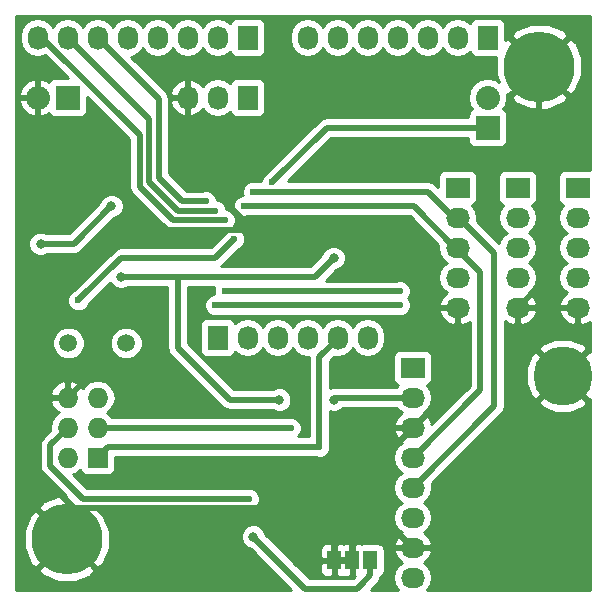
<source format=gbl>
G04 #@! TF.FileFunction,Copper,L2,Bot,Signal*
%FSLAX46Y46*%
G04 Gerber Fmt 4.6, Leading zero omitted, Abs format (unit mm)*
G04 Created by KiCad (PCBNEW 4.0.0-rc1-stable) date Sa 26 Sep 2015 08:23:03 CEST*
%MOMM*%
G01*
G04 APERTURE LIST*
%ADD10C,0.100000*%
%ADD11R,2.032000X1.727200*%
%ADD12O,2.032000X1.727200*%
%ADD13C,5.000000*%
%ADD14R,1.168400X1.600200*%
%ADD15R,2.032000X2.032000*%
%ADD16O,2.032000X2.032000*%
%ADD17R,1.727200X1.727200*%
%ADD18O,1.727200X1.727200*%
%ADD19R,1.727200X2.032000*%
%ADD20O,1.727200X2.032000*%
%ADD21C,1.501140*%
%ADD22C,6.000000*%
%ADD23C,0.800000*%
%ADD24C,0.600000*%
%ADD25C,0.500000*%
%ADD26C,0.254000*%
G04 APERTURE END LIST*
D10*
D11*
X134290000Y-80480000D03*
D12*
X134290000Y-83020000D03*
X134290000Y-85560000D03*
X134290000Y-88100000D03*
X134290000Y-90640000D03*
X134290000Y-93180000D03*
X134290000Y-95720000D03*
X134290000Y-98260000D03*
D13*
X146990000Y-81160000D03*
D14*
X130724000Y-96800000D03*
X129200000Y-96800000D03*
X127676000Y-96800000D03*
D15*
X105080000Y-57620000D03*
D16*
X102540000Y-57620000D03*
D17*
X107620000Y-88100000D03*
D18*
X105080000Y-88100000D03*
X107620000Y-85560000D03*
X105080000Y-85560000D03*
X107620000Y-83020000D03*
X105080000Y-83020000D03*
D19*
X120320000Y-57620000D03*
D20*
X117780000Y-57620000D03*
X115240000Y-57620000D03*
D19*
X140640000Y-52540000D03*
D20*
X138100000Y-52540000D03*
X135560000Y-52540000D03*
X133020000Y-52540000D03*
X130480000Y-52540000D03*
X127940000Y-52540000D03*
X125400000Y-52540000D03*
D19*
X120320000Y-52540000D03*
D20*
X117780000Y-52540000D03*
X115240000Y-52540000D03*
X112700000Y-52540000D03*
X110160000Y-52540000D03*
X107620000Y-52540000D03*
X105080000Y-52540000D03*
X102540000Y-52540000D03*
D15*
X140640000Y-60160000D03*
D16*
X140640000Y-57620000D03*
D11*
X138100000Y-65240000D03*
D12*
X138100000Y-67780000D03*
X138100000Y-70320000D03*
X138100000Y-72860000D03*
X138100000Y-75400000D03*
D11*
X143180000Y-65240000D03*
D12*
X143180000Y-67780000D03*
X143180000Y-70320000D03*
X143180000Y-72860000D03*
X143180000Y-75400000D03*
D11*
X148260000Y-65240000D03*
D12*
X148260000Y-67780000D03*
X148260000Y-70320000D03*
X148260000Y-72860000D03*
X148260000Y-75400000D03*
D21*
X105159060Y-78400000D03*
X110040940Y-78400000D03*
D19*
X117780000Y-77940000D03*
D20*
X120320000Y-77940000D03*
X122860000Y-77940000D03*
X125400000Y-77940000D03*
X127940000Y-77940000D03*
X130480000Y-77940000D03*
D22*
X145000000Y-55000000D03*
X105000000Y-95000000D03*
D23*
X102800000Y-70000000D03*
X108800000Y-66800000D03*
X129600000Y-88000000D03*
X127600000Y-94000000D03*
X118000000Y-94000000D03*
X116000000Y-83600000D03*
X132400000Y-68800000D03*
X103200000Y-72000000D03*
X125200000Y-90800000D03*
X111200000Y-76400000D03*
X110000000Y-64000000D03*
X110000000Y-68800000D03*
X120800000Y-94800000D03*
X123000000Y-83200000D03*
X127600000Y-83200000D03*
X127600000Y-71200000D03*
X109600000Y-72800000D03*
D24*
X106000000Y-74800000D03*
X119200000Y-69600000D03*
X116800000Y-66400000D03*
X117600000Y-67200000D03*
X133200000Y-75200000D03*
X117600000Y-75200000D03*
X118400000Y-68000000D03*
X133200000Y-74000000D03*
X118400000Y-74000000D03*
X122400000Y-64800000D03*
X124000000Y-85600000D03*
X120400000Y-91600000D03*
X120000000Y-66800000D03*
X126400000Y-87200000D03*
X120800000Y-65600000D03*
D25*
X105600000Y-70000000D02*
X102800000Y-70000000D01*
X108800000Y-66800000D02*
X105600000Y-70000000D01*
X129200000Y-96800000D02*
X127676000Y-96800000D01*
X129200000Y-96800000D02*
X129200000Y-95200000D01*
X132970000Y-94400000D02*
X134290000Y-95720000D01*
X130000000Y-94400000D02*
X132970000Y-94400000D01*
X129200000Y-95200000D02*
X130000000Y-94400000D01*
X127600000Y-94000000D02*
X127600000Y-96724000D01*
X127600000Y-96724000D02*
X127676000Y-96800000D01*
X115240000Y-57620000D02*
X115240000Y-63240000D01*
X115240000Y-63240000D02*
X120800000Y-68800000D01*
X145000000Y-55000000D02*
X145000000Y-73580000D01*
X145000000Y-73580000D02*
X143180000Y-75400000D01*
X129725000Y-88125000D02*
X129725000Y-90125000D01*
X129600000Y-88000000D02*
X129725000Y-88125000D01*
X127600000Y-94000000D02*
X127600000Y-90800000D01*
X118000000Y-94000000D02*
X118000000Y-92400000D01*
X107300000Y-80800000D02*
X105080000Y-83020000D01*
X113200000Y-80800000D02*
X107300000Y-80800000D01*
X116000000Y-83600000D02*
X113200000Y-80800000D01*
X105000000Y-95000000D02*
X105000000Y-93000000D01*
X105000000Y-93000000D02*
X105600000Y-92400000D01*
X138100000Y-75400000D02*
X138100000Y-81750000D01*
X138100000Y-81750000D02*
X134290000Y-85560000D01*
X125200000Y-90800000D02*
X127600000Y-90800000D01*
X127600000Y-90800000D02*
X129050000Y-90800000D01*
X129050000Y-90800000D02*
X129725000Y-90125000D01*
X129725000Y-90125000D02*
X134290000Y-85560000D01*
X110000000Y-68800000D02*
X120800000Y-68800000D01*
X120800000Y-68800000D02*
X132400000Y-68800000D01*
X105080000Y-83020000D02*
X102000000Y-83020000D01*
X102000000Y-83020000D02*
X102000000Y-82800000D01*
X105600000Y-92400000D02*
X102000000Y-88800000D01*
X102000000Y-88800000D02*
X102000000Y-82800000D01*
X102000000Y-82800000D02*
X102000000Y-79940000D01*
X125200000Y-90800000D02*
X123600000Y-92400000D01*
X115200000Y-92400000D02*
X105600000Y-92400000D01*
X123600000Y-92400000D02*
X118000000Y-92400000D01*
X118000000Y-92400000D02*
X115200000Y-92400000D01*
X102000000Y-76400000D02*
X102000000Y-79940000D01*
X103200000Y-72000000D02*
X106800000Y-72000000D01*
X106800000Y-72000000D02*
X110000000Y-68800000D01*
X102000000Y-73200000D02*
X102000000Y-76400000D01*
X103200000Y-72000000D02*
X102000000Y-73200000D01*
X111200000Y-76400000D02*
X102000000Y-76400000D01*
X110000000Y-64000000D02*
X110000000Y-68800000D01*
X130000000Y-98800000D02*
X129600000Y-99200000D01*
X125200000Y-99200000D02*
X124800000Y-98800000D01*
X129600000Y-99200000D02*
X125200000Y-99200000D01*
X130724000Y-96800000D02*
X130724000Y-98076000D01*
X130724000Y-98076000D02*
X130000000Y-98800000D01*
X120800000Y-94800000D02*
X124800000Y-98800000D01*
X114400000Y-78800000D02*
X114400000Y-72800000D01*
X118800000Y-83200000D02*
X114400000Y-78800000D01*
X123000000Y-83200000D02*
X118800000Y-83200000D01*
X127780000Y-83020000D02*
X134290000Y-83020000D01*
X127600000Y-83200000D02*
X127780000Y-83020000D01*
X111200000Y-72800000D02*
X109600000Y-72800000D01*
X126000000Y-72800000D02*
X114400000Y-72800000D01*
X114400000Y-72800000D02*
X111200000Y-72800000D01*
X127600000Y-71200000D02*
X126000000Y-72800000D01*
X109600000Y-71200000D02*
X106000000Y-74800000D01*
X117600000Y-71200000D02*
X109600000Y-71200000D01*
X119200000Y-69600000D02*
X117600000Y-71200000D01*
X112800000Y-57720000D02*
X107620000Y-52540000D01*
X112800000Y-64400000D02*
X112800000Y-57720000D01*
X114800000Y-66400000D02*
X112800000Y-64400000D01*
X116800000Y-66400000D02*
X114800000Y-66400000D01*
X112000000Y-59460000D02*
X105080000Y-52540000D01*
X112000000Y-64800000D02*
X112000000Y-59460000D01*
X114400000Y-67200000D02*
X112000000Y-64800000D01*
X117600000Y-67200000D02*
X114400000Y-67200000D01*
X133200000Y-75200000D02*
X117600000Y-75200000D01*
X111200000Y-60800000D02*
X102940000Y-52540000D01*
X111200000Y-65200000D02*
X111200000Y-60800000D01*
X114000000Y-68000000D02*
X111200000Y-65200000D01*
X118400000Y-68000000D02*
X114000000Y-68000000D01*
X102940000Y-52540000D02*
X102540000Y-52540000D01*
X102940000Y-52540000D02*
X102540000Y-52540000D01*
X118400000Y-74000000D02*
X133200000Y-74000000D01*
X127040000Y-60160000D02*
X140640000Y-60160000D01*
X122400000Y-64800000D02*
X127040000Y-60160000D01*
X124000000Y-85600000D02*
X123960000Y-85560000D01*
X123960000Y-85560000D02*
X107620000Y-85560000D01*
X103600000Y-87040000D02*
X105080000Y-85560000D01*
X103600000Y-88800000D02*
X103600000Y-87040000D01*
X106400000Y-91600000D02*
X103600000Y-88800000D01*
X120400000Y-91600000D02*
X106400000Y-91600000D01*
X138100000Y-70320000D02*
X138100000Y-70500000D01*
X138100000Y-70500000D02*
X140000000Y-72400000D01*
X140000000Y-82390000D02*
X134290000Y-88100000D01*
X140000000Y-72400000D02*
X140000000Y-82390000D01*
X138100000Y-70320000D02*
X137920000Y-70320000D01*
X137920000Y-70320000D02*
X134400000Y-66800000D01*
X134400000Y-66800000D02*
X120000000Y-66800000D01*
X126400000Y-79600000D02*
X127940000Y-78060000D01*
X126400000Y-87200000D02*
X126400000Y-80800000D01*
X126400000Y-80800000D02*
X126400000Y-80400000D01*
X126400000Y-80400000D02*
X126400000Y-80000000D01*
X126400000Y-80000000D02*
X126400000Y-79600000D01*
X126400000Y-87200000D02*
X108520000Y-87200000D01*
X108520000Y-87200000D02*
X107620000Y-88100000D01*
X127940000Y-78060000D02*
X127940000Y-77940000D01*
X138100000Y-67780000D02*
X138180000Y-67780000D01*
X138180000Y-67780000D02*
X141200000Y-70800000D01*
X141200000Y-83730000D02*
X134290000Y-90640000D01*
X141200000Y-70800000D02*
X141200000Y-83730000D01*
X138100000Y-67780000D02*
X137780000Y-67780000D01*
X137780000Y-67780000D02*
X135600000Y-65600000D01*
X135600000Y-65600000D02*
X120800000Y-65600000D01*
D26*
G36*
X149290000Y-63731795D02*
X149276000Y-63728960D01*
X147244000Y-63728960D01*
X147008683Y-63773238D01*
X146792559Y-63912310D01*
X146647569Y-64124510D01*
X146596560Y-64376400D01*
X146596560Y-66103600D01*
X146640838Y-66338917D01*
X146779910Y-66555041D01*
X146992110Y-66700031D01*
X147033439Y-66708400D01*
X147015585Y-66720330D01*
X146690729Y-67206511D01*
X146576655Y-67780000D01*
X146690729Y-68353489D01*
X147015585Y-68839670D01*
X147330366Y-69050000D01*
X147015585Y-69260330D01*
X146690729Y-69746511D01*
X146576655Y-70320000D01*
X146690729Y-70893489D01*
X147015585Y-71379670D01*
X147330366Y-71590000D01*
X147015585Y-71800330D01*
X146690729Y-72286511D01*
X146576655Y-72860000D01*
X146690729Y-73433489D01*
X147015585Y-73919670D01*
X147325069Y-74126461D01*
X146909268Y-74497964D01*
X146655291Y-75025209D01*
X146652642Y-75040974D01*
X146773783Y-75273000D01*
X148133000Y-75273000D01*
X148133000Y-75253000D01*
X148387000Y-75253000D01*
X148387000Y-75273000D01*
X148407000Y-75273000D01*
X148407000Y-75527000D01*
X148387000Y-75527000D01*
X148387000Y-76740924D01*
X148621913Y-76885184D01*
X149174320Y-76691954D01*
X149290000Y-76588598D01*
X149290000Y-79146458D01*
X149225880Y-79103725D01*
X147169605Y-81160000D01*
X149225880Y-83216275D01*
X149290000Y-83173542D01*
X149290000Y-99290000D01*
X135554240Y-99290000D01*
X135859271Y-98833489D01*
X135973345Y-98260000D01*
X135859271Y-97686511D01*
X135534415Y-97200330D01*
X135224931Y-96993539D01*
X135640732Y-96622036D01*
X135894709Y-96094791D01*
X135897358Y-96079026D01*
X135776217Y-95847000D01*
X134417000Y-95847000D01*
X134417000Y-95867000D01*
X134163000Y-95867000D01*
X134163000Y-95847000D01*
X132803783Y-95847000D01*
X132682642Y-96079026D01*
X132685291Y-96094791D01*
X132939268Y-96622036D01*
X133355069Y-96993539D01*
X133045585Y-97200330D01*
X132720729Y-97686511D01*
X132606655Y-98260000D01*
X132720729Y-98833489D01*
X133025760Y-99290000D01*
X130761580Y-99290000D01*
X131349787Y-98701792D01*
X131349790Y-98701790D01*
X131541633Y-98414675D01*
X131572400Y-98260000D01*
X131589583Y-98173619D01*
X131759641Y-98064190D01*
X131904631Y-97851990D01*
X131955640Y-97600100D01*
X131955640Y-95999900D01*
X131911362Y-95764583D01*
X131772290Y-95548459D01*
X131560090Y-95403469D01*
X131308200Y-95352460D01*
X130139800Y-95352460D01*
X129961481Y-95386013D01*
X129910509Y-95364900D01*
X129485750Y-95364900D01*
X129327000Y-95523650D01*
X129327000Y-96673000D01*
X129347000Y-96673000D01*
X129347000Y-96927000D01*
X129327000Y-96927000D01*
X129327000Y-98076350D01*
X129399535Y-98148885D01*
X129374210Y-98174210D01*
X129374208Y-98174213D01*
X129233421Y-98315000D01*
X125566580Y-98315000D01*
X125425790Y-98174210D01*
X125425787Y-98174208D01*
X124337330Y-97085750D01*
X126456800Y-97085750D01*
X126456800Y-97726410D01*
X126553473Y-97959799D01*
X126732102Y-98138427D01*
X126965491Y-98235100D01*
X127390250Y-98235100D01*
X127549000Y-98076350D01*
X127549000Y-96927000D01*
X127803000Y-96927000D01*
X127803000Y-98076350D01*
X127961750Y-98235100D01*
X128386509Y-98235100D01*
X128438000Y-98213772D01*
X128489491Y-98235100D01*
X128914250Y-98235100D01*
X129073000Y-98076350D01*
X129073000Y-96927000D01*
X127803000Y-96927000D01*
X127549000Y-96927000D01*
X126615550Y-96927000D01*
X126456800Y-97085750D01*
X124337330Y-97085750D01*
X123125170Y-95873590D01*
X126456800Y-95873590D01*
X126456800Y-96514250D01*
X126615550Y-96673000D01*
X127549000Y-96673000D01*
X127549000Y-95523650D01*
X127803000Y-95523650D01*
X127803000Y-96673000D01*
X129073000Y-96673000D01*
X129073000Y-95523650D01*
X128914250Y-95364900D01*
X128489491Y-95364900D01*
X128438000Y-95386228D01*
X128386509Y-95364900D01*
X127961750Y-95364900D01*
X127803000Y-95523650D01*
X127549000Y-95523650D01*
X127390250Y-95364900D01*
X126965491Y-95364900D01*
X126732102Y-95461573D01*
X126553473Y-95640201D01*
X126456800Y-95873590D01*
X123125170Y-95873590D01*
X121827131Y-94575551D01*
X121677942Y-94214485D01*
X121387046Y-93923081D01*
X121006777Y-93765180D01*
X120595029Y-93764821D01*
X120214485Y-93922058D01*
X119923081Y-94212954D01*
X119765180Y-94593223D01*
X119764821Y-95004971D01*
X119922058Y-95385515D01*
X120212954Y-95676919D01*
X120576151Y-95827731D01*
X124038421Y-99290000D01*
X100710000Y-99290000D01*
X100710000Y-97596630D01*
X102582975Y-97596630D01*
X102925566Y-98071277D01*
X104258800Y-98631342D01*
X105704875Y-98638568D01*
X107043639Y-98091854D01*
X107074434Y-98071277D01*
X107417025Y-97596630D01*
X105000000Y-95179605D01*
X102582975Y-97596630D01*
X100710000Y-97596630D01*
X100710000Y-95704875D01*
X101361432Y-95704875D01*
X101908146Y-97043639D01*
X101928723Y-97074434D01*
X102403370Y-97417025D01*
X104820395Y-95000000D01*
X102403370Y-92582975D01*
X101928723Y-92925566D01*
X101368658Y-94258800D01*
X101361432Y-95704875D01*
X100710000Y-95704875D01*
X100710000Y-92403370D01*
X102582975Y-92403370D01*
X105000000Y-94820395D01*
X105014143Y-94806253D01*
X105193748Y-94985858D01*
X105179605Y-95000000D01*
X107596630Y-97417025D01*
X108071277Y-97074434D01*
X108631342Y-95741200D01*
X108638568Y-94295125D01*
X108091854Y-92956361D01*
X108071277Y-92925566D01*
X107596632Y-92582976D01*
X107694608Y-92485000D01*
X120093178Y-92485000D01*
X120213201Y-92534838D01*
X120585167Y-92535162D01*
X120928943Y-92393117D01*
X121192192Y-92130327D01*
X121334838Y-91786799D01*
X121335162Y-91414833D01*
X121193117Y-91071057D01*
X120930327Y-90807808D01*
X120586799Y-90665162D01*
X120214833Y-90664838D01*
X120093431Y-90715000D01*
X106766579Y-90715000D01*
X105560452Y-89508872D01*
X105682848Y-89484526D01*
X106148442Y-89173426D01*
X106153238Y-89198917D01*
X106292310Y-89415041D01*
X106504510Y-89560031D01*
X106756400Y-89611040D01*
X108483600Y-89611040D01*
X108718917Y-89566762D01*
X108935041Y-89427690D01*
X109080031Y-89215490D01*
X109131040Y-88963600D01*
X109131040Y-88085000D01*
X126093178Y-88085000D01*
X126213201Y-88134838D01*
X126585167Y-88135162D01*
X126928943Y-87993117D01*
X127192192Y-87730327D01*
X127334838Y-87386799D01*
X127335162Y-87014833D01*
X127285000Y-86893431D01*
X127285000Y-84189882D01*
X127393223Y-84234820D01*
X127804971Y-84235179D01*
X128185515Y-84077942D01*
X128358759Y-83905000D01*
X132928874Y-83905000D01*
X133045585Y-84079670D01*
X133355069Y-84286461D01*
X132939268Y-84657964D01*
X132685291Y-85185209D01*
X132682642Y-85200974D01*
X132803783Y-85433000D01*
X134163000Y-85433000D01*
X134163000Y-85413000D01*
X134417000Y-85413000D01*
X134417000Y-85433000D01*
X134437000Y-85433000D01*
X134437000Y-85687000D01*
X134417000Y-85687000D01*
X134417000Y-85707000D01*
X134163000Y-85707000D01*
X134163000Y-85687000D01*
X132803783Y-85687000D01*
X132682642Y-85919026D01*
X132685291Y-85934791D01*
X132939268Y-86462036D01*
X133355069Y-86833539D01*
X133045585Y-87040330D01*
X132720729Y-87526511D01*
X132606655Y-88100000D01*
X132720729Y-88673489D01*
X133045585Y-89159670D01*
X133360366Y-89370000D01*
X133045585Y-89580330D01*
X132720729Y-90066511D01*
X132606655Y-90640000D01*
X132720729Y-91213489D01*
X133045585Y-91699670D01*
X133360366Y-91910000D01*
X133045585Y-92120330D01*
X132720729Y-92606511D01*
X132606655Y-93180000D01*
X132720729Y-93753489D01*
X133045585Y-94239670D01*
X133355069Y-94446461D01*
X132939268Y-94817964D01*
X132685291Y-95345209D01*
X132682642Y-95360974D01*
X132803783Y-95593000D01*
X134163000Y-95593000D01*
X134163000Y-95573000D01*
X134417000Y-95573000D01*
X134417000Y-95593000D01*
X135776217Y-95593000D01*
X135897358Y-95360974D01*
X135894709Y-95345209D01*
X135640732Y-94817964D01*
X135224931Y-94446461D01*
X135534415Y-94239670D01*
X135859271Y-93753489D01*
X135973345Y-93180000D01*
X135859271Y-92606511D01*
X135534415Y-92120330D01*
X135219634Y-91910000D01*
X135534415Y-91699670D01*
X135859271Y-91213489D01*
X135973345Y-90640000D01*
X135901711Y-90279869D01*
X141825787Y-84355792D01*
X141825790Y-84355790D01*
X142017633Y-84068675D01*
X142028810Y-84012484D01*
X142085001Y-83730000D01*
X142085000Y-83729995D01*
X142085000Y-83395880D01*
X144933725Y-83395880D01*
X145215421Y-83818564D01*
X146367892Y-84295294D01*
X147615072Y-84294705D01*
X148764579Y-83818564D01*
X149046275Y-83395880D01*
X146990000Y-81339605D01*
X144933725Y-83395880D01*
X142085000Y-83395880D01*
X142085000Y-80537892D01*
X143854706Y-80537892D01*
X143855295Y-81785072D01*
X144331436Y-82934579D01*
X144754120Y-83216275D01*
X146810395Y-81160000D01*
X144754120Y-79103725D01*
X144331436Y-79385421D01*
X143854706Y-80537892D01*
X142085000Y-80537892D01*
X142085000Y-78924120D01*
X144933725Y-78924120D01*
X146990000Y-80980395D01*
X149046275Y-78924120D01*
X148764579Y-78501436D01*
X147612108Y-78024706D01*
X146364928Y-78025295D01*
X145215421Y-78501436D01*
X144933725Y-78924120D01*
X142085000Y-78924120D01*
X142085000Y-76530523D01*
X142265680Y-76691954D01*
X142818087Y-76885184D01*
X143053000Y-76740924D01*
X143053000Y-75527000D01*
X143307000Y-75527000D01*
X143307000Y-76740924D01*
X143541913Y-76885184D01*
X144094320Y-76691954D01*
X144530732Y-76302036D01*
X144784709Y-75774791D01*
X144787358Y-75759026D01*
X146652642Y-75759026D01*
X146655291Y-75774791D01*
X146909268Y-76302036D01*
X147345680Y-76691954D01*
X147898087Y-76885184D01*
X148133000Y-76740924D01*
X148133000Y-75527000D01*
X146773783Y-75527000D01*
X146652642Y-75759026D01*
X144787358Y-75759026D01*
X144666217Y-75527000D01*
X143307000Y-75527000D01*
X143053000Y-75527000D01*
X143033000Y-75527000D01*
X143033000Y-75273000D01*
X143053000Y-75273000D01*
X143053000Y-75253000D01*
X143307000Y-75253000D01*
X143307000Y-75273000D01*
X144666217Y-75273000D01*
X144787358Y-75040974D01*
X144784709Y-75025209D01*
X144530732Y-74497964D01*
X144114931Y-74126461D01*
X144424415Y-73919670D01*
X144749271Y-73433489D01*
X144863345Y-72860000D01*
X144749271Y-72286511D01*
X144424415Y-71800330D01*
X144109634Y-71590000D01*
X144424415Y-71379670D01*
X144749271Y-70893489D01*
X144863345Y-70320000D01*
X144749271Y-69746511D01*
X144424415Y-69260330D01*
X144109634Y-69050000D01*
X144424415Y-68839670D01*
X144749271Y-68353489D01*
X144863345Y-67780000D01*
X144749271Y-67206511D01*
X144424415Y-66720330D01*
X144410087Y-66710757D01*
X144431317Y-66706762D01*
X144647441Y-66567690D01*
X144792431Y-66355490D01*
X144843440Y-66103600D01*
X144843440Y-64376400D01*
X144799162Y-64141083D01*
X144660090Y-63924959D01*
X144447890Y-63779969D01*
X144196000Y-63728960D01*
X142164000Y-63728960D01*
X141928683Y-63773238D01*
X141712559Y-63912310D01*
X141567569Y-64124510D01*
X141516560Y-64376400D01*
X141516560Y-66103600D01*
X141560838Y-66338917D01*
X141699910Y-66555041D01*
X141912110Y-66700031D01*
X141953439Y-66708400D01*
X141935585Y-66720330D01*
X141610729Y-67206511D01*
X141496655Y-67780000D01*
X141610729Y-68353489D01*
X141935585Y-68839670D01*
X142250366Y-69050000D01*
X141935585Y-69260330D01*
X141610729Y-69746511D01*
X141575450Y-69923871D01*
X139724983Y-68073404D01*
X139783345Y-67780000D01*
X139669271Y-67206511D01*
X139344415Y-66720330D01*
X139330087Y-66710757D01*
X139351317Y-66706762D01*
X139567441Y-66567690D01*
X139712431Y-66355490D01*
X139763440Y-66103600D01*
X139763440Y-64376400D01*
X139719162Y-64141083D01*
X139580090Y-63924959D01*
X139367890Y-63779969D01*
X139116000Y-63728960D01*
X137084000Y-63728960D01*
X136848683Y-63773238D01*
X136632559Y-63912310D01*
X136487569Y-64124510D01*
X136436560Y-64376400D01*
X136436560Y-65184980D01*
X136225790Y-64974210D01*
X135976750Y-64807808D01*
X135938675Y-64782367D01*
X135882484Y-64771190D01*
X135600000Y-64714999D01*
X135599995Y-64715000D01*
X123736580Y-64715000D01*
X127406579Y-61045000D01*
X138976560Y-61045000D01*
X138976560Y-61176000D01*
X139020838Y-61411317D01*
X139159910Y-61627441D01*
X139372110Y-61772431D01*
X139624000Y-61823440D01*
X141656000Y-61823440D01*
X141891317Y-61779162D01*
X142107441Y-61640090D01*
X142252431Y-61427890D01*
X142303440Y-61176000D01*
X142303440Y-59144000D01*
X142259162Y-58908683D01*
X142120090Y-58692559D01*
X141971163Y-58590802D01*
X142197670Y-58251810D01*
X142323345Y-57620000D01*
X142318697Y-57596630D01*
X142582975Y-57596630D01*
X142925566Y-58071277D01*
X144258800Y-58631342D01*
X145704875Y-58638568D01*
X147043639Y-58091854D01*
X147074434Y-58071277D01*
X147417025Y-57596630D01*
X145000000Y-55179605D01*
X142582975Y-57596630D01*
X142318697Y-57596630D01*
X142262787Y-57315555D01*
X142403370Y-57417025D01*
X144820395Y-55000000D01*
X145179605Y-55000000D01*
X147596630Y-57417025D01*
X148071277Y-57074434D01*
X148631342Y-55741200D01*
X148638568Y-54295125D01*
X148091854Y-52956361D01*
X148071277Y-52925566D01*
X147596630Y-52582975D01*
X145179605Y-55000000D01*
X144820395Y-55000000D01*
X142403370Y-52582975D01*
X142151040Y-52765102D01*
X142151040Y-52403370D01*
X142582975Y-52403370D01*
X145000000Y-54820395D01*
X147417025Y-52403370D01*
X147074434Y-51928723D01*
X145741200Y-51368658D01*
X144295125Y-51361432D01*
X142956361Y-51908146D01*
X142925566Y-51928723D01*
X142582975Y-52403370D01*
X142151040Y-52403370D01*
X142151040Y-51524000D01*
X142106762Y-51288683D01*
X141967690Y-51072559D01*
X141755490Y-50927569D01*
X141503600Y-50876560D01*
X139776400Y-50876560D01*
X139541083Y-50920838D01*
X139324959Y-51059910D01*
X139179969Y-51272110D01*
X139171600Y-51313439D01*
X139159670Y-51295585D01*
X138673489Y-50970729D01*
X138100000Y-50856655D01*
X137526511Y-50970729D01*
X137040330Y-51295585D01*
X136830000Y-51610366D01*
X136619670Y-51295585D01*
X136133489Y-50970729D01*
X135560000Y-50856655D01*
X134986511Y-50970729D01*
X134500330Y-51295585D01*
X134290000Y-51610366D01*
X134079670Y-51295585D01*
X133593489Y-50970729D01*
X133020000Y-50856655D01*
X132446511Y-50970729D01*
X131960330Y-51295585D01*
X131750000Y-51610366D01*
X131539670Y-51295585D01*
X131053489Y-50970729D01*
X130480000Y-50856655D01*
X129906511Y-50970729D01*
X129420330Y-51295585D01*
X129210000Y-51610366D01*
X128999670Y-51295585D01*
X128513489Y-50970729D01*
X127940000Y-50856655D01*
X127366511Y-50970729D01*
X126880330Y-51295585D01*
X126670000Y-51610366D01*
X126459670Y-51295585D01*
X125973489Y-50970729D01*
X125400000Y-50856655D01*
X124826511Y-50970729D01*
X124340330Y-51295585D01*
X124015474Y-51781766D01*
X123901400Y-52355255D01*
X123901400Y-52724745D01*
X124015474Y-53298234D01*
X124340330Y-53784415D01*
X124826511Y-54109271D01*
X125400000Y-54223345D01*
X125973489Y-54109271D01*
X126459670Y-53784415D01*
X126670000Y-53469634D01*
X126880330Y-53784415D01*
X127366511Y-54109271D01*
X127940000Y-54223345D01*
X128513489Y-54109271D01*
X128999670Y-53784415D01*
X129210000Y-53469634D01*
X129420330Y-53784415D01*
X129906511Y-54109271D01*
X130480000Y-54223345D01*
X131053489Y-54109271D01*
X131539670Y-53784415D01*
X131750000Y-53469634D01*
X131960330Y-53784415D01*
X132446511Y-54109271D01*
X133020000Y-54223345D01*
X133593489Y-54109271D01*
X134079670Y-53784415D01*
X134290000Y-53469634D01*
X134500330Y-53784415D01*
X134986511Y-54109271D01*
X135560000Y-54223345D01*
X136133489Y-54109271D01*
X136619670Y-53784415D01*
X136830000Y-53469634D01*
X137040330Y-53784415D01*
X137526511Y-54109271D01*
X138100000Y-54223345D01*
X138673489Y-54109271D01*
X139159670Y-53784415D01*
X139169243Y-53770087D01*
X139173238Y-53791317D01*
X139312310Y-54007441D01*
X139524510Y-54152431D01*
X139776400Y-54203440D01*
X141391914Y-54203440D01*
X141368658Y-54258800D01*
X141361432Y-55704875D01*
X141601845Y-56293585D01*
X141304155Y-56094675D01*
X140672345Y-55969000D01*
X140607655Y-55969000D01*
X139975845Y-56094675D01*
X139440222Y-56452567D01*
X139082330Y-56988190D01*
X138956655Y-57620000D01*
X139082330Y-58251810D01*
X139309499Y-58591792D01*
X139172559Y-58679910D01*
X139027569Y-58892110D01*
X138976560Y-59144000D01*
X138976560Y-59275000D01*
X127040005Y-59275000D01*
X127040000Y-59274999D01*
X126757516Y-59331190D01*
X126701325Y-59342367D01*
X126414210Y-59534210D01*
X126414208Y-59534213D01*
X121991164Y-63957256D01*
X121871057Y-64006883D01*
X121607808Y-64269673D01*
X121465162Y-64613201D01*
X121465073Y-64715000D01*
X121106822Y-64715000D01*
X120986799Y-64665162D01*
X120614833Y-64664838D01*
X120271057Y-64806883D01*
X120007808Y-65069673D01*
X119865162Y-65413201D01*
X119864838Y-65785167D01*
X119897787Y-65864910D01*
X119814833Y-65864838D01*
X119471057Y-66006883D01*
X119207808Y-66269673D01*
X119065162Y-66613201D01*
X119064838Y-66985167D01*
X119206883Y-67328943D01*
X119469673Y-67592192D01*
X119813201Y-67734838D01*
X120185167Y-67735162D01*
X120306569Y-67685000D01*
X134033420Y-67685000D01*
X136458426Y-70110005D01*
X136416655Y-70320000D01*
X136530729Y-70893489D01*
X136855585Y-71379670D01*
X137170366Y-71590000D01*
X136855585Y-71800330D01*
X136530729Y-72286511D01*
X136416655Y-72860000D01*
X136530729Y-73433489D01*
X136855585Y-73919670D01*
X137165069Y-74126461D01*
X136749268Y-74497964D01*
X136495291Y-75025209D01*
X136492642Y-75040974D01*
X136613783Y-75273000D01*
X137973000Y-75273000D01*
X137973000Y-75253000D01*
X138227000Y-75253000D01*
X138227000Y-75273000D01*
X138247000Y-75273000D01*
X138247000Y-75527000D01*
X138227000Y-75527000D01*
X138227000Y-76740924D01*
X138461913Y-76885184D01*
X139014320Y-76691954D01*
X139115000Y-76602000D01*
X139115000Y-82023421D01*
X135853562Y-85284859D01*
X135897358Y-85200974D01*
X135894709Y-85185209D01*
X135640732Y-84657964D01*
X135224931Y-84286461D01*
X135534415Y-84079670D01*
X135859271Y-83593489D01*
X135973345Y-83020000D01*
X135859271Y-82446511D01*
X135534415Y-81960330D01*
X135520087Y-81950757D01*
X135541317Y-81946762D01*
X135757441Y-81807690D01*
X135902431Y-81595490D01*
X135953440Y-81343600D01*
X135953440Y-79616400D01*
X135909162Y-79381083D01*
X135770090Y-79164959D01*
X135557890Y-79019969D01*
X135306000Y-78968960D01*
X133274000Y-78968960D01*
X133038683Y-79013238D01*
X132822559Y-79152310D01*
X132677569Y-79364510D01*
X132626560Y-79616400D01*
X132626560Y-81343600D01*
X132670838Y-81578917D01*
X132809910Y-81795041D01*
X133022110Y-81940031D01*
X133063439Y-81948400D01*
X133045585Y-81960330D01*
X132928874Y-82135000D01*
X127780000Y-82135000D01*
X127629055Y-82165025D01*
X127395029Y-82164821D01*
X127285000Y-82210284D01*
X127285000Y-79966580D01*
X127679960Y-79571620D01*
X127940000Y-79623345D01*
X128513489Y-79509271D01*
X128999670Y-79184415D01*
X129210000Y-78869634D01*
X129420330Y-79184415D01*
X129906511Y-79509271D01*
X130480000Y-79623345D01*
X131053489Y-79509271D01*
X131539670Y-79184415D01*
X131864526Y-78698234D01*
X131978600Y-78124745D01*
X131978600Y-77755255D01*
X131864526Y-77181766D01*
X131539670Y-76695585D01*
X131053489Y-76370729D01*
X130480000Y-76256655D01*
X129906511Y-76370729D01*
X129420330Y-76695585D01*
X129210000Y-77010366D01*
X128999670Y-76695585D01*
X128513489Y-76370729D01*
X127940000Y-76256655D01*
X127366511Y-76370729D01*
X126880330Y-76695585D01*
X126670000Y-77010366D01*
X126459670Y-76695585D01*
X125973489Y-76370729D01*
X125400000Y-76256655D01*
X124826511Y-76370729D01*
X124340330Y-76695585D01*
X124130000Y-77010366D01*
X123919670Y-76695585D01*
X123433489Y-76370729D01*
X122860000Y-76256655D01*
X122286511Y-76370729D01*
X121800330Y-76695585D01*
X121590000Y-77010366D01*
X121379670Y-76695585D01*
X120893489Y-76370729D01*
X120320000Y-76256655D01*
X119746511Y-76370729D01*
X119260330Y-76695585D01*
X119250757Y-76709913D01*
X119246762Y-76688683D01*
X119107690Y-76472559D01*
X118895490Y-76327569D01*
X118643600Y-76276560D01*
X116916400Y-76276560D01*
X116681083Y-76320838D01*
X116464959Y-76459910D01*
X116319969Y-76672110D01*
X116268960Y-76924000D01*
X116268960Y-78956000D01*
X116313238Y-79191317D01*
X116452310Y-79407441D01*
X116664510Y-79552431D01*
X116916400Y-79603440D01*
X118643600Y-79603440D01*
X118878917Y-79559162D01*
X119095041Y-79420090D01*
X119240031Y-79207890D01*
X119248400Y-79166561D01*
X119260330Y-79184415D01*
X119746511Y-79509271D01*
X120320000Y-79623345D01*
X120893489Y-79509271D01*
X121379670Y-79184415D01*
X121590000Y-78869634D01*
X121800330Y-79184415D01*
X122286511Y-79509271D01*
X122860000Y-79623345D01*
X123433489Y-79509271D01*
X123919670Y-79184415D01*
X124130000Y-78869634D01*
X124340330Y-79184415D01*
X124826511Y-79509271D01*
X125400000Y-79623345D01*
X125515000Y-79600470D01*
X125515000Y-86315000D01*
X124607196Y-86315000D01*
X124792192Y-86130327D01*
X124934838Y-85786799D01*
X124935162Y-85414833D01*
X124793117Y-85071057D01*
X124530327Y-84807808D01*
X124186799Y-84665162D01*
X123814833Y-84664838D01*
X123790239Y-84675000D01*
X108825740Y-84675000D01*
X108709029Y-84500330D01*
X108394248Y-84290000D01*
X108709029Y-84079670D01*
X109033885Y-83593489D01*
X109147959Y-83020000D01*
X109033885Y-82446511D01*
X108709029Y-81960330D01*
X108222848Y-81635474D01*
X107649359Y-81521400D01*
X107590641Y-81521400D01*
X107017152Y-81635474D01*
X106530971Y-81960330D01*
X106350008Y-82231161D01*
X105968490Y-81813179D01*
X105439027Y-81565032D01*
X105207000Y-81685531D01*
X105207000Y-82893000D01*
X105227000Y-82893000D01*
X105227000Y-83147000D01*
X105207000Y-83147000D01*
X105207000Y-83167000D01*
X104953000Y-83167000D01*
X104953000Y-83147000D01*
X103746183Y-83147000D01*
X103625042Y-83379026D01*
X103797312Y-83794947D01*
X104191510Y-84226821D01*
X104314228Y-84284336D01*
X103990971Y-84500330D01*
X103666115Y-84986511D01*
X103552041Y-85560000D01*
X103597895Y-85790525D01*
X102974210Y-86414210D01*
X102782367Y-86701325D01*
X102782367Y-86701326D01*
X102714999Y-87040000D01*
X102715000Y-87040005D01*
X102715000Y-88799995D01*
X102714999Y-88800000D01*
X102747542Y-88963600D01*
X102782367Y-89138675D01*
X102967028Y-89415041D01*
X102974210Y-89425790D01*
X104912940Y-91364519D01*
X104295125Y-91361432D01*
X102956361Y-91908146D01*
X102925566Y-91928723D01*
X102582975Y-92403370D01*
X100710000Y-92403370D01*
X100710000Y-82660974D01*
X103625042Y-82660974D01*
X103746183Y-82893000D01*
X104953000Y-82893000D01*
X104953000Y-81685531D01*
X104720973Y-81565032D01*
X104191510Y-81813179D01*
X103797312Y-82245053D01*
X103625042Y-82660974D01*
X100710000Y-82660974D01*
X100710000Y-78674398D01*
X103773250Y-78674398D01*
X103983746Y-79183837D01*
X104373173Y-79573944D01*
X104882244Y-79785329D01*
X105433458Y-79785810D01*
X105942897Y-79575314D01*
X106333004Y-79185887D01*
X106544389Y-78676816D01*
X106544391Y-78674398D01*
X108655130Y-78674398D01*
X108865626Y-79183837D01*
X109255053Y-79573944D01*
X109764124Y-79785329D01*
X110315338Y-79785810D01*
X110824777Y-79575314D01*
X111214884Y-79185887D01*
X111426269Y-78676816D01*
X111426750Y-78125602D01*
X111216254Y-77616163D01*
X110826827Y-77226056D01*
X110317756Y-77014671D01*
X109766542Y-77014190D01*
X109257103Y-77224686D01*
X108866996Y-77614113D01*
X108655611Y-78123184D01*
X108655130Y-78674398D01*
X106544391Y-78674398D01*
X106544870Y-78125602D01*
X106334374Y-77616163D01*
X105944947Y-77226056D01*
X105435876Y-77014671D01*
X104884662Y-77014190D01*
X104375223Y-77224686D01*
X103985116Y-77614113D01*
X103773731Y-78123184D01*
X103773250Y-78674398D01*
X100710000Y-78674398D01*
X100710000Y-70204971D01*
X101764821Y-70204971D01*
X101922058Y-70585515D01*
X102212954Y-70876919D01*
X102593223Y-71034820D01*
X103004971Y-71035179D01*
X103368433Y-70885000D01*
X105599995Y-70885000D01*
X105600000Y-70885001D01*
X105882484Y-70828810D01*
X105938675Y-70817633D01*
X106225790Y-70625790D01*
X109024448Y-67827131D01*
X109385515Y-67677942D01*
X109676919Y-67387046D01*
X109834820Y-67006777D01*
X109835179Y-66595029D01*
X109677942Y-66214485D01*
X109387046Y-65923081D01*
X109006777Y-65765180D01*
X108595029Y-65764821D01*
X108214485Y-65922058D01*
X107923081Y-66212954D01*
X107772268Y-66576153D01*
X105233420Y-69115000D01*
X103367585Y-69115000D01*
X103006777Y-68965180D01*
X102595029Y-68964821D01*
X102214485Y-69122058D01*
X101923081Y-69412954D01*
X101765180Y-69793223D01*
X101764821Y-70204971D01*
X100710000Y-70204971D01*
X100710000Y-58002946D01*
X100934017Y-58002946D01*
X101202812Y-58588379D01*
X101675182Y-59026385D01*
X102157056Y-59225975D01*
X102413000Y-59106836D01*
X102413000Y-57747000D01*
X101052633Y-57747000D01*
X100934017Y-58002946D01*
X100710000Y-58002946D01*
X100710000Y-57237054D01*
X100934017Y-57237054D01*
X101052633Y-57493000D01*
X102413000Y-57493000D01*
X102413000Y-56133164D01*
X102157056Y-56014025D01*
X101675182Y-56213615D01*
X101202812Y-56651621D01*
X100934017Y-57237054D01*
X100710000Y-57237054D01*
X100710000Y-52355255D01*
X101041400Y-52355255D01*
X101041400Y-52724745D01*
X101155474Y-53298234D01*
X101480330Y-53784415D01*
X101966511Y-54109271D01*
X102540000Y-54223345D01*
X103113489Y-54109271D01*
X103199932Y-54051512D01*
X105104980Y-55956560D01*
X104064000Y-55956560D01*
X103828683Y-56000838D01*
X103612559Y-56139910D01*
X103501160Y-56302948D01*
X103404818Y-56213615D01*
X102922944Y-56014025D01*
X102667000Y-56133164D01*
X102667000Y-57493000D01*
X102687000Y-57493000D01*
X102687000Y-57747000D01*
X102667000Y-57747000D01*
X102667000Y-59106836D01*
X102922944Y-59225975D01*
X103404818Y-59026385D01*
X103502398Y-58935903D01*
X103599910Y-59087441D01*
X103812110Y-59232431D01*
X104064000Y-59283440D01*
X106096000Y-59283440D01*
X106331317Y-59239162D01*
X106547441Y-59100090D01*
X106692431Y-58887890D01*
X106743440Y-58636000D01*
X106743440Y-57595019D01*
X110315000Y-61166579D01*
X110315000Y-65199995D01*
X110314999Y-65200000D01*
X110367680Y-65464838D01*
X110382367Y-65538675D01*
X110513438Y-65734838D01*
X110574210Y-65825790D01*
X113374208Y-68625787D01*
X113374210Y-68625790D01*
X113661325Y-68817633D01*
X113717516Y-68828810D01*
X114000000Y-68885001D01*
X114000005Y-68885000D01*
X118093178Y-68885000D01*
X118213201Y-68934838D01*
X118542591Y-68935125D01*
X118407808Y-69069673D01*
X118357434Y-69190987D01*
X117233420Y-70315000D01*
X109600005Y-70315000D01*
X109600000Y-70314999D01*
X109317516Y-70371190D01*
X109261325Y-70382367D01*
X108974210Y-70574210D01*
X108974208Y-70574213D01*
X105591164Y-73957256D01*
X105471057Y-74006883D01*
X105207808Y-74269673D01*
X105065162Y-74613201D01*
X105064838Y-74985167D01*
X105206883Y-75328943D01*
X105469673Y-75592192D01*
X105813201Y-75734838D01*
X106185167Y-75735162D01*
X106528943Y-75593117D01*
X106792192Y-75330327D01*
X106842566Y-75209014D01*
X108705687Y-73345893D01*
X108722058Y-73385515D01*
X109012954Y-73676919D01*
X109393223Y-73834820D01*
X109804971Y-73835179D01*
X110168433Y-73685000D01*
X113515000Y-73685000D01*
X113515000Y-78799995D01*
X113514999Y-78800000D01*
X113557416Y-79013238D01*
X113582367Y-79138675D01*
X113761950Y-79407441D01*
X113774210Y-79425790D01*
X118174208Y-83825787D01*
X118174210Y-83825790D01*
X118461325Y-84017633D01*
X118517516Y-84028810D01*
X118800000Y-84085001D01*
X118800005Y-84085000D01*
X122432415Y-84085000D01*
X122793223Y-84234820D01*
X123204971Y-84235179D01*
X123585515Y-84077942D01*
X123876919Y-83787046D01*
X124034820Y-83406777D01*
X124035179Y-82995029D01*
X123877942Y-82614485D01*
X123587046Y-82323081D01*
X123206777Y-82165180D01*
X122795029Y-82164821D01*
X122431567Y-82315000D01*
X119166579Y-82315000D01*
X115285000Y-78433420D01*
X115285000Y-73685000D01*
X117518396Y-73685000D01*
X117465162Y-73813201D01*
X117464838Y-74185167D01*
X117497787Y-74264910D01*
X117414833Y-74264838D01*
X117071057Y-74406883D01*
X116807808Y-74669673D01*
X116665162Y-75013201D01*
X116664838Y-75385167D01*
X116806883Y-75728943D01*
X117069673Y-75992192D01*
X117413201Y-76134838D01*
X117785167Y-76135162D01*
X117906569Y-76085000D01*
X132893178Y-76085000D01*
X133013201Y-76134838D01*
X133385167Y-76135162D01*
X133728943Y-75993117D01*
X133963442Y-75759026D01*
X136492642Y-75759026D01*
X136495291Y-75774791D01*
X136749268Y-76302036D01*
X137185680Y-76691954D01*
X137738087Y-76885184D01*
X137973000Y-76740924D01*
X137973000Y-75527000D01*
X136613783Y-75527000D01*
X136492642Y-75759026D01*
X133963442Y-75759026D01*
X133992192Y-75730327D01*
X134134838Y-75386799D01*
X134135162Y-75014833D01*
X133993117Y-74671057D01*
X133922290Y-74600107D01*
X133992192Y-74530327D01*
X134134838Y-74186799D01*
X134135162Y-73814833D01*
X133993117Y-73471057D01*
X133730327Y-73207808D01*
X133386799Y-73065162D01*
X133014833Y-73064838D01*
X132893431Y-73115000D01*
X126936580Y-73115000D01*
X127824448Y-72227131D01*
X128185515Y-72077942D01*
X128476919Y-71787046D01*
X128634820Y-71406777D01*
X128635179Y-70995029D01*
X128477942Y-70614485D01*
X128187046Y-70323081D01*
X127806777Y-70165180D01*
X127395029Y-70164821D01*
X127014485Y-70322058D01*
X126723081Y-70612954D01*
X126572268Y-70976152D01*
X125633420Y-71915000D01*
X118092277Y-71915000D01*
X118225790Y-71825790D01*
X118225791Y-71825789D01*
X119608834Y-70442745D01*
X119728943Y-70393117D01*
X119992192Y-70130327D01*
X120134838Y-69786799D01*
X120135162Y-69414833D01*
X119993117Y-69071057D01*
X119730327Y-68807808D01*
X119386799Y-68665162D01*
X119057409Y-68664875D01*
X119192192Y-68530327D01*
X119334838Y-68186799D01*
X119335162Y-67814833D01*
X119193117Y-67471057D01*
X118930327Y-67207808D01*
X118586799Y-67065162D01*
X118535118Y-67065117D01*
X118535162Y-67014833D01*
X118393117Y-66671057D01*
X118130327Y-66407808D01*
X117786799Y-66265162D01*
X117735118Y-66265117D01*
X117735162Y-66214833D01*
X117593117Y-65871057D01*
X117330327Y-65607808D01*
X116986799Y-65465162D01*
X116614833Y-65464838D01*
X116493431Y-65515000D01*
X115166579Y-65515000D01*
X113685000Y-64033420D01*
X113685000Y-57981913D01*
X113754816Y-57981913D01*
X113948046Y-58534320D01*
X114337964Y-58970732D01*
X114865209Y-59224709D01*
X114880974Y-59227358D01*
X115113000Y-59106217D01*
X115113000Y-57747000D01*
X113899076Y-57747000D01*
X113754816Y-57981913D01*
X113685000Y-57981913D01*
X113685000Y-57720005D01*
X113685001Y-57720000D01*
X113617633Y-57381325D01*
X113535288Y-57258087D01*
X113754816Y-57258087D01*
X113899076Y-57493000D01*
X115113000Y-57493000D01*
X115113000Y-56133783D01*
X115367000Y-56133783D01*
X115367000Y-57493000D01*
X115387000Y-57493000D01*
X115387000Y-57747000D01*
X115367000Y-57747000D01*
X115367000Y-59106217D01*
X115599026Y-59227358D01*
X115614791Y-59224709D01*
X116142036Y-58970732D01*
X116513539Y-58554931D01*
X116720330Y-58864415D01*
X117206511Y-59189271D01*
X117780000Y-59303345D01*
X118353489Y-59189271D01*
X118839670Y-58864415D01*
X118849243Y-58850087D01*
X118853238Y-58871317D01*
X118992310Y-59087441D01*
X119204510Y-59232431D01*
X119456400Y-59283440D01*
X121183600Y-59283440D01*
X121418917Y-59239162D01*
X121635041Y-59100090D01*
X121780031Y-58887890D01*
X121831040Y-58636000D01*
X121831040Y-56604000D01*
X121786762Y-56368683D01*
X121647690Y-56152559D01*
X121435490Y-56007569D01*
X121183600Y-55956560D01*
X119456400Y-55956560D01*
X119221083Y-56000838D01*
X119004959Y-56139910D01*
X118859969Y-56352110D01*
X118851600Y-56393439D01*
X118839670Y-56375585D01*
X118353489Y-56050729D01*
X117780000Y-55936655D01*
X117206511Y-56050729D01*
X116720330Y-56375585D01*
X116513539Y-56685069D01*
X116142036Y-56269268D01*
X115614791Y-56015291D01*
X115599026Y-56012642D01*
X115367000Y-56133783D01*
X115113000Y-56133783D01*
X114880974Y-56012642D01*
X114865209Y-56015291D01*
X114337964Y-56269268D01*
X113948046Y-56705680D01*
X113754816Y-57258087D01*
X113535288Y-57258087D01*
X113425790Y-57094210D01*
X113425787Y-57094208D01*
X110489402Y-54157823D01*
X110733489Y-54109271D01*
X111219670Y-53784415D01*
X111430000Y-53469634D01*
X111640330Y-53784415D01*
X112126511Y-54109271D01*
X112700000Y-54223345D01*
X113273489Y-54109271D01*
X113759670Y-53784415D01*
X113970000Y-53469634D01*
X114180330Y-53784415D01*
X114666511Y-54109271D01*
X115240000Y-54223345D01*
X115813489Y-54109271D01*
X116299670Y-53784415D01*
X116510000Y-53469634D01*
X116720330Y-53784415D01*
X117206511Y-54109271D01*
X117780000Y-54223345D01*
X118353489Y-54109271D01*
X118839670Y-53784415D01*
X118849243Y-53770087D01*
X118853238Y-53791317D01*
X118992310Y-54007441D01*
X119204510Y-54152431D01*
X119456400Y-54203440D01*
X121183600Y-54203440D01*
X121418917Y-54159162D01*
X121635041Y-54020090D01*
X121780031Y-53807890D01*
X121831040Y-53556000D01*
X121831040Y-51524000D01*
X121786762Y-51288683D01*
X121647690Y-51072559D01*
X121435490Y-50927569D01*
X121183600Y-50876560D01*
X119456400Y-50876560D01*
X119221083Y-50920838D01*
X119004959Y-51059910D01*
X118859969Y-51272110D01*
X118851600Y-51313439D01*
X118839670Y-51295585D01*
X118353489Y-50970729D01*
X117780000Y-50856655D01*
X117206511Y-50970729D01*
X116720330Y-51295585D01*
X116510000Y-51610366D01*
X116299670Y-51295585D01*
X115813489Y-50970729D01*
X115240000Y-50856655D01*
X114666511Y-50970729D01*
X114180330Y-51295585D01*
X113970000Y-51610366D01*
X113759670Y-51295585D01*
X113273489Y-50970729D01*
X112700000Y-50856655D01*
X112126511Y-50970729D01*
X111640330Y-51295585D01*
X111430000Y-51610366D01*
X111219670Y-51295585D01*
X110733489Y-50970729D01*
X110160000Y-50856655D01*
X109586511Y-50970729D01*
X109100330Y-51295585D01*
X108890000Y-51610366D01*
X108679670Y-51295585D01*
X108193489Y-50970729D01*
X107620000Y-50856655D01*
X107046511Y-50970729D01*
X106560330Y-51295585D01*
X106350000Y-51610366D01*
X106139670Y-51295585D01*
X105653489Y-50970729D01*
X105080000Y-50856655D01*
X104506511Y-50970729D01*
X104020330Y-51295585D01*
X103810000Y-51610366D01*
X103599670Y-51295585D01*
X103113489Y-50970729D01*
X102540000Y-50856655D01*
X101966511Y-50970729D01*
X101480330Y-51295585D01*
X101155474Y-51781766D01*
X101041400Y-52355255D01*
X100710000Y-52355255D01*
X100710000Y-50710000D01*
X149290000Y-50710000D01*
X149290000Y-63731795D01*
X149290000Y-63731795D01*
G37*
X149290000Y-63731795D02*
X149276000Y-63728960D01*
X147244000Y-63728960D01*
X147008683Y-63773238D01*
X146792559Y-63912310D01*
X146647569Y-64124510D01*
X146596560Y-64376400D01*
X146596560Y-66103600D01*
X146640838Y-66338917D01*
X146779910Y-66555041D01*
X146992110Y-66700031D01*
X147033439Y-66708400D01*
X147015585Y-66720330D01*
X146690729Y-67206511D01*
X146576655Y-67780000D01*
X146690729Y-68353489D01*
X147015585Y-68839670D01*
X147330366Y-69050000D01*
X147015585Y-69260330D01*
X146690729Y-69746511D01*
X146576655Y-70320000D01*
X146690729Y-70893489D01*
X147015585Y-71379670D01*
X147330366Y-71590000D01*
X147015585Y-71800330D01*
X146690729Y-72286511D01*
X146576655Y-72860000D01*
X146690729Y-73433489D01*
X147015585Y-73919670D01*
X147325069Y-74126461D01*
X146909268Y-74497964D01*
X146655291Y-75025209D01*
X146652642Y-75040974D01*
X146773783Y-75273000D01*
X148133000Y-75273000D01*
X148133000Y-75253000D01*
X148387000Y-75253000D01*
X148387000Y-75273000D01*
X148407000Y-75273000D01*
X148407000Y-75527000D01*
X148387000Y-75527000D01*
X148387000Y-76740924D01*
X148621913Y-76885184D01*
X149174320Y-76691954D01*
X149290000Y-76588598D01*
X149290000Y-79146458D01*
X149225880Y-79103725D01*
X147169605Y-81160000D01*
X149225880Y-83216275D01*
X149290000Y-83173542D01*
X149290000Y-99290000D01*
X135554240Y-99290000D01*
X135859271Y-98833489D01*
X135973345Y-98260000D01*
X135859271Y-97686511D01*
X135534415Y-97200330D01*
X135224931Y-96993539D01*
X135640732Y-96622036D01*
X135894709Y-96094791D01*
X135897358Y-96079026D01*
X135776217Y-95847000D01*
X134417000Y-95847000D01*
X134417000Y-95867000D01*
X134163000Y-95867000D01*
X134163000Y-95847000D01*
X132803783Y-95847000D01*
X132682642Y-96079026D01*
X132685291Y-96094791D01*
X132939268Y-96622036D01*
X133355069Y-96993539D01*
X133045585Y-97200330D01*
X132720729Y-97686511D01*
X132606655Y-98260000D01*
X132720729Y-98833489D01*
X133025760Y-99290000D01*
X130761580Y-99290000D01*
X131349787Y-98701792D01*
X131349790Y-98701790D01*
X131541633Y-98414675D01*
X131572400Y-98260000D01*
X131589583Y-98173619D01*
X131759641Y-98064190D01*
X131904631Y-97851990D01*
X131955640Y-97600100D01*
X131955640Y-95999900D01*
X131911362Y-95764583D01*
X131772290Y-95548459D01*
X131560090Y-95403469D01*
X131308200Y-95352460D01*
X130139800Y-95352460D01*
X129961481Y-95386013D01*
X129910509Y-95364900D01*
X129485750Y-95364900D01*
X129327000Y-95523650D01*
X129327000Y-96673000D01*
X129347000Y-96673000D01*
X129347000Y-96927000D01*
X129327000Y-96927000D01*
X129327000Y-98076350D01*
X129399535Y-98148885D01*
X129374210Y-98174210D01*
X129374208Y-98174213D01*
X129233421Y-98315000D01*
X125566580Y-98315000D01*
X125425790Y-98174210D01*
X125425787Y-98174208D01*
X124337330Y-97085750D01*
X126456800Y-97085750D01*
X126456800Y-97726410D01*
X126553473Y-97959799D01*
X126732102Y-98138427D01*
X126965491Y-98235100D01*
X127390250Y-98235100D01*
X127549000Y-98076350D01*
X127549000Y-96927000D01*
X127803000Y-96927000D01*
X127803000Y-98076350D01*
X127961750Y-98235100D01*
X128386509Y-98235100D01*
X128438000Y-98213772D01*
X128489491Y-98235100D01*
X128914250Y-98235100D01*
X129073000Y-98076350D01*
X129073000Y-96927000D01*
X127803000Y-96927000D01*
X127549000Y-96927000D01*
X126615550Y-96927000D01*
X126456800Y-97085750D01*
X124337330Y-97085750D01*
X123125170Y-95873590D01*
X126456800Y-95873590D01*
X126456800Y-96514250D01*
X126615550Y-96673000D01*
X127549000Y-96673000D01*
X127549000Y-95523650D01*
X127803000Y-95523650D01*
X127803000Y-96673000D01*
X129073000Y-96673000D01*
X129073000Y-95523650D01*
X128914250Y-95364900D01*
X128489491Y-95364900D01*
X128438000Y-95386228D01*
X128386509Y-95364900D01*
X127961750Y-95364900D01*
X127803000Y-95523650D01*
X127549000Y-95523650D01*
X127390250Y-95364900D01*
X126965491Y-95364900D01*
X126732102Y-95461573D01*
X126553473Y-95640201D01*
X126456800Y-95873590D01*
X123125170Y-95873590D01*
X121827131Y-94575551D01*
X121677942Y-94214485D01*
X121387046Y-93923081D01*
X121006777Y-93765180D01*
X120595029Y-93764821D01*
X120214485Y-93922058D01*
X119923081Y-94212954D01*
X119765180Y-94593223D01*
X119764821Y-95004971D01*
X119922058Y-95385515D01*
X120212954Y-95676919D01*
X120576151Y-95827731D01*
X124038421Y-99290000D01*
X100710000Y-99290000D01*
X100710000Y-97596630D01*
X102582975Y-97596630D01*
X102925566Y-98071277D01*
X104258800Y-98631342D01*
X105704875Y-98638568D01*
X107043639Y-98091854D01*
X107074434Y-98071277D01*
X107417025Y-97596630D01*
X105000000Y-95179605D01*
X102582975Y-97596630D01*
X100710000Y-97596630D01*
X100710000Y-95704875D01*
X101361432Y-95704875D01*
X101908146Y-97043639D01*
X101928723Y-97074434D01*
X102403370Y-97417025D01*
X104820395Y-95000000D01*
X102403370Y-92582975D01*
X101928723Y-92925566D01*
X101368658Y-94258800D01*
X101361432Y-95704875D01*
X100710000Y-95704875D01*
X100710000Y-92403370D01*
X102582975Y-92403370D01*
X105000000Y-94820395D01*
X105014143Y-94806253D01*
X105193748Y-94985858D01*
X105179605Y-95000000D01*
X107596630Y-97417025D01*
X108071277Y-97074434D01*
X108631342Y-95741200D01*
X108638568Y-94295125D01*
X108091854Y-92956361D01*
X108071277Y-92925566D01*
X107596632Y-92582976D01*
X107694608Y-92485000D01*
X120093178Y-92485000D01*
X120213201Y-92534838D01*
X120585167Y-92535162D01*
X120928943Y-92393117D01*
X121192192Y-92130327D01*
X121334838Y-91786799D01*
X121335162Y-91414833D01*
X121193117Y-91071057D01*
X120930327Y-90807808D01*
X120586799Y-90665162D01*
X120214833Y-90664838D01*
X120093431Y-90715000D01*
X106766579Y-90715000D01*
X105560452Y-89508872D01*
X105682848Y-89484526D01*
X106148442Y-89173426D01*
X106153238Y-89198917D01*
X106292310Y-89415041D01*
X106504510Y-89560031D01*
X106756400Y-89611040D01*
X108483600Y-89611040D01*
X108718917Y-89566762D01*
X108935041Y-89427690D01*
X109080031Y-89215490D01*
X109131040Y-88963600D01*
X109131040Y-88085000D01*
X126093178Y-88085000D01*
X126213201Y-88134838D01*
X126585167Y-88135162D01*
X126928943Y-87993117D01*
X127192192Y-87730327D01*
X127334838Y-87386799D01*
X127335162Y-87014833D01*
X127285000Y-86893431D01*
X127285000Y-84189882D01*
X127393223Y-84234820D01*
X127804971Y-84235179D01*
X128185515Y-84077942D01*
X128358759Y-83905000D01*
X132928874Y-83905000D01*
X133045585Y-84079670D01*
X133355069Y-84286461D01*
X132939268Y-84657964D01*
X132685291Y-85185209D01*
X132682642Y-85200974D01*
X132803783Y-85433000D01*
X134163000Y-85433000D01*
X134163000Y-85413000D01*
X134417000Y-85413000D01*
X134417000Y-85433000D01*
X134437000Y-85433000D01*
X134437000Y-85687000D01*
X134417000Y-85687000D01*
X134417000Y-85707000D01*
X134163000Y-85707000D01*
X134163000Y-85687000D01*
X132803783Y-85687000D01*
X132682642Y-85919026D01*
X132685291Y-85934791D01*
X132939268Y-86462036D01*
X133355069Y-86833539D01*
X133045585Y-87040330D01*
X132720729Y-87526511D01*
X132606655Y-88100000D01*
X132720729Y-88673489D01*
X133045585Y-89159670D01*
X133360366Y-89370000D01*
X133045585Y-89580330D01*
X132720729Y-90066511D01*
X132606655Y-90640000D01*
X132720729Y-91213489D01*
X133045585Y-91699670D01*
X133360366Y-91910000D01*
X133045585Y-92120330D01*
X132720729Y-92606511D01*
X132606655Y-93180000D01*
X132720729Y-93753489D01*
X133045585Y-94239670D01*
X133355069Y-94446461D01*
X132939268Y-94817964D01*
X132685291Y-95345209D01*
X132682642Y-95360974D01*
X132803783Y-95593000D01*
X134163000Y-95593000D01*
X134163000Y-95573000D01*
X134417000Y-95573000D01*
X134417000Y-95593000D01*
X135776217Y-95593000D01*
X135897358Y-95360974D01*
X135894709Y-95345209D01*
X135640732Y-94817964D01*
X135224931Y-94446461D01*
X135534415Y-94239670D01*
X135859271Y-93753489D01*
X135973345Y-93180000D01*
X135859271Y-92606511D01*
X135534415Y-92120330D01*
X135219634Y-91910000D01*
X135534415Y-91699670D01*
X135859271Y-91213489D01*
X135973345Y-90640000D01*
X135901711Y-90279869D01*
X141825787Y-84355792D01*
X141825790Y-84355790D01*
X142017633Y-84068675D01*
X142028810Y-84012484D01*
X142085001Y-83730000D01*
X142085000Y-83729995D01*
X142085000Y-83395880D01*
X144933725Y-83395880D01*
X145215421Y-83818564D01*
X146367892Y-84295294D01*
X147615072Y-84294705D01*
X148764579Y-83818564D01*
X149046275Y-83395880D01*
X146990000Y-81339605D01*
X144933725Y-83395880D01*
X142085000Y-83395880D01*
X142085000Y-80537892D01*
X143854706Y-80537892D01*
X143855295Y-81785072D01*
X144331436Y-82934579D01*
X144754120Y-83216275D01*
X146810395Y-81160000D01*
X144754120Y-79103725D01*
X144331436Y-79385421D01*
X143854706Y-80537892D01*
X142085000Y-80537892D01*
X142085000Y-78924120D01*
X144933725Y-78924120D01*
X146990000Y-80980395D01*
X149046275Y-78924120D01*
X148764579Y-78501436D01*
X147612108Y-78024706D01*
X146364928Y-78025295D01*
X145215421Y-78501436D01*
X144933725Y-78924120D01*
X142085000Y-78924120D01*
X142085000Y-76530523D01*
X142265680Y-76691954D01*
X142818087Y-76885184D01*
X143053000Y-76740924D01*
X143053000Y-75527000D01*
X143307000Y-75527000D01*
X143307000Y-76740924D01*
X143541913Y-76885184D01*
X144094320Y-76691954D01*
X144530732Y-76302036D01*
X144784709Y-75774791D01*
X144787358Y-75759026D01*
X146652642Y-75759026D01*
X146655291Y-75774791D01*
X146909268Y-76302036D01*
X147345680Y-76691954D01*
X147898087Y-76885184D01*
X148133000Y-76740924D01*
X148133000Y-75527000D01*
X146773783Y-75527000D01*
X146652642Y-75759026D01*
X144787358Y-75759026D01*
X144666217Y-75527000D01*
X143307000Y-75527000D01*
X143053000Y-75527000D01*
X143033000Y-75527000D01*
X143033000Y-75273000D01*
X143053000Y-75273000D01*
X143053000Y-75253000D01*
X143307000Y-75253000D01*
X143307000Y-75273000D01*
X144666217Y-75273000D01*
X144787358Y-75040974D01*
X144784709Y-75025209D01*
X144530732Y-74497964D01*
X144114931Y-74126461D01*
X144424415Y-73919670D01*
X144749271Y-73433489D01*
X144863345Y-72860000D01*
X144749271Y-72286511D01*
X144424415Y-71800330D01*
X144109634Y-71590000D01*
X144424415Y-71379670D01*
X144749271Y-70893489D01*
X144863345Y-70320000D01*
X144749271Y-69746511D01*
X144424415Y-69260330D01*
X144109634Y-69050000D01*
X144424415Y-68839670D01*
X144749271Y-68353489D01*
X144863345Y-67780000D01*
X144749271Y-67206511D01*
X144424415Y-66720330D01*
X144410087Y-66710757D01*
X144431317Y-66706762D01*
X144647441Y-66567690D01*
X144792431Y-66355490D01*
X144843440Y-66103600D01*
X144843440Y-64376400D01*
X144799162Y-64141083D01*
X144660090Y-63924959D01*
X144447890Y-63779969D01*
X144196000Y-63728960D01*
X142164000Y-63728960D01*
X141928683Y-63773238D01*
X141712559Y-63912310D01*
X141567569Y-64124510D01*
X141516560Y-64376400D01*
X141516560Y-66103600D01*
X141560838Y-66338917D01*
X141699910Y-66555041D01*
X141912110Y-66700031D01*
X141953439Y-66708400D01*
X141935585Y-66720330D01*
X141610729Y-67206511D01*
X141496655Y-67780000D01*
X141610729Y-68353489D01*
X141935585Y-68839670D01*
X142250366Y-69050000D01*
X141935585Y-69260330D01*
X141610729Y-69746511D01*
X141575450Y-69923871D01*
X139724983Y-68073404D01*
X139783345Y-67780000D01*
X139669271Y-67206511D01*
X139344415Y-66720330D01*
X139330087Y-66710757D01*
X139351317Y-66706762D01*
X139567441Y-66567690D01*
X139712431Y-66355490D01*
X139763440Y-66103600D01*
X139763440Y-64376400D01*
X139719162Y-64141083D01*
X139580090Y-63924959D01*
X139367890Y-63779969D01*
X139116000Y-63728960D01*
X137084000Y-63728960D01*
X136848683Y-63773238D01*
X136632559Y-63912310D01*
X136487569Y-64124510D01*
X136436560Y-64376400D01*
X136436560Y-65184980D01*
X136225790Y-64974210D01*
X135976750Y-64807808D01*
X135938675Y-64782367D01*
X135882484Y-64771190D01*
X135600000Y-64714999D01*
X135599995Y-64715000D01*
X123736580Y-64715000D01*
X127406579Y-61045000D01*
X138976560Y-61045000D01*
X138976560Y-61176000D01*
X139020838Y-61411317D01*
X139159910Y-61627441D01*
X139372110Y-61772431D01*
X139624000Y-61823440D01*
X141656000Y-61823440D01*
X141891317Y-61779162D01*
X142107441Y-61640090D01*
X142252431Y-61427890D01*
X142303440Y-61176000D01*
X142303440Y-59144000D01*
X142259162Y-58908683D01*
X142120090Y-58692559D01*
X141971163Y-58590802D01*
X142197670Y-58251810D01*
X142323345Y-57620000D01*
X142318697Y-57596630D01*
X142582975Y-57596630D01*
X142925566Y-58071277D01*
X144258800Y-58631342D01*
X145704875Y-58638568D01*
X147043639Y-58091854D01*
X147074434Y-58071277D01*
X147417025Y-57596630D01*
X145000000Y-55179605D01*
X142582975Y-57596630D01*
X142318697Y-57596630D01*
X142262787Y-57315555D01*
X142403370Y-57417025D01*
X144820395Y-55000000D01*
X145179605Y-55000000D01*
X147596630Y-57417025D01*
X148071277Y-57074434D01*
X148631342Y-55741200D01*
X148638568Y-54295125D01*
X148091854Y-52956361D01*
X148071277Y-52925566D01*
X147596630Y-52582975D01*
X145179605Y-55000000D01*
X144820395Y-55000000D01*
X142403370Y-52582975D01*
X142151040Y-52765102D01*
X142151040Y-52403370D01*
X142582975Y-52403370D01*
X145000000Y-54820395D01*
X147417025Y-52403370D01*
X147074434Y-51928723D01*
X145741200Y-51368658D01*
X144295125Y-51361432D01*
X142956361Y-51908146D01*
X142925566Y-51928723D01*
X142582975Y-52403370D01*
X142151040Y-52403370D01*
X142151040Y-51524000D01*
X142106762Y-51288683D01*
X141967690Y-51072559D01*
X141755490Y-50927569D01*
X141503600Y-50876560D01*
X139776400Y-50876560D01*
X139541083Y-50920838D01*
X139324959Y-51059910D01*
X139179969Y-51272110D01*
X139171600Y-51313439D01*
X139159670Y-51295585D01*
X138673489Y-50970729D01*
X138100000Y-50856655D01*
X137526511Y-50970729D01*
X137040330Y-51295585D01*
X136830000Y-51610366D01*
X136619670Y-51295585D01*
X136133489Y-50970729D01*
X135560000Y-50856655D01*
X134986511Y-50970729D01*
X134500330Y-51295585D01*
X134290000Y-51610366D01*
X134079670Y-51295585D01*
X133593489Y-50970729D01*
X133020000Y-50856655D01*
X132446511Y-50970729D01*
X131960330Y-51295585D01*
X131750000Y-51610366D01*
X131539670Y-51295585D01*
X131053489Y-50970729D01*
X130480000Y-50856655D01*
X129906511Y-50970729D01*
X129420330Y-51295585D01*
X129210000Y-51610366D01*
X128999670Y-51295585D01*
X128513489Y-50970729D01*
X127940000Y-50856655D01*
X127366511Y-50970729D01*
X126880330Y-51295585D01*
X126670000Y-51610366D01*
X126459670Y-51295585D01*
X125973489Y-50970729D01*
X125400000Y-50856655D01*
X124826511Y-50970729D01*
X124340330Y-51295585D01*
X124015474Y-51781766D01*
X123901400Y-52355255D01*
X123901400Y-52724745D01*
X124015474Y-53298234D01*
X124340330Y-53784415D01*
X124826511Y-54109271D01*
X125400000Y-54223345D01*
X125973489Y-54109271D01*
X126459670Y-53784415D01*
X126670000Y-53469634D01*
X126880330Y-53784415D01*
X127366511Y-54109271D01*
X127940000Y-54223345D01*
X128513489Y-54109271D01*
X128999670Y-53784415D01*
X129210000Y-53469634D01*
X129420330Y-53784415D01*
X129906511Y-54109271D01*
X130480000Y-54223345D01*
X131053489Y-54109271D01*
X131539670Y-53784415D01*
X131750000Y-53469634D01*
X131960330Y-53784415D01*
X132446511Y-54109271D01*
X133020000Y-54223345D01*
X133593489Y-54109271D01*
X134079670Y-53784415D01*
X134290000Y-53469634D01*
X134500330Y-53784415D01*
X134986511Y-54109271D01*
X135560000Y-54223345D01*
X136133489Y-54109271D01*
X136619670Y-53784415D01*
X136830000Y-53469634D01*
X137040330Y-53784415D01*
X137526511Y-54109271D01*
X138100000Y-54223345D01*
X138673489Y-54109271D01*
X139159670Y-53784415D01*
X139169243Y-53770087D01*
X139173238Y-53791317D01*
X139312310Y-54007441D01*
X139524510Y-54152431D01*
X139776400Y-54203440D01*
X141391914Y-54203440D01*
X141368658Y-54258800D01*
X141361432Y-55704875D01*
X141601845Y-56293585D01*
X141304155Y-56094675D01*
X140672345Y-55969000D01*
X140607655Y-55969000D01*
X139975845Y-56094675D01*
X139440222Y-56452567D01*
X139082330Y-56988190D01*
X138956655Y-57620000D01*
X139082330Y-58251810D01*
X139309499Y-58591792D01*
X139172559Y-58679910D01*
X139027569Y-58892110D01*
X138976560Y-59144000D01*
X138976560Y-59275000D01*
X127040005Y-59275000D01*
X127040000Y-59274999D01*
X126757516Y-59331190D01*
X126701325Y-59342367D01*
X126414210Y-59534210D01*
X126414208Y-59534213D01*
X121991164Y-63957256D01*
X121871057Y-64006883D01*
X121607808Y-64269673D01*
X121465162Y-64613201D01*
X121465073Y-64715000D01*
X121106822Y-64715000D01*
X120986799Y-64665162D01*
X120614833Y-64664838D01*
X120271057Y-64806883D01*
X120007808Y-65069673D01*
X119865162Y-65413201D01*
X119864838Y-65785167D01*
X119897787Y-65864910D01*
X119814833Y-65864838D01*
X119471057Y-66006883D01*
X119207808Y-66269673D01*
X119065162Y-66613201D01*
X119064838Y-66985167D01*
X119206883Y-67328943D01*
X119469673Y-67592192D01*
X119813201Y-67734838D01*
X120185167Y-67735162D01*
X120306569Y-67685000D01*
X134033420Y-67685000D01*
X136458426Y-70110005D01*
X136416655Y-70320000D01*
X136530729Y-70893489D01*
X136855585Y-71379670D01*
X137170366Y-71590000D01*
X136855585Y-71800330D01*
X136530729Y-72286511D01*
X136416655Y-72860000D01*
X136530729Y-73433489D01*
X136855585Y-73919670D01*
X137165069Y-74126461D01*
X136749268Y-74497964D01*
X136495291Y-75025209D01*
X136492642Y-75040974D01*
X136613783Y-75273000D01*
X137973000Y-75273000D01*
X137973000Y-75253000D01*
X138227000Y-75253000D01*
X138227000Y-75273000D01*
X138247000Y-75273000D01*
X138247000Y-75527000D01*
X138227000Y-75527000D01*
X138227000Y-76740924D01*
X138461913Y-76885184D01*
X139014320Y-76691954D01*
X139115000Y-76602000D01*
X139115000Y-82023421D01*
X135853562Y-85284859D01*
X135897358Y-85200974D01*
X135894709Y-85185209D01*
X135640732Y-84657964D01*
X135224931Y-84286461D01*
X135534415Y-84079670D01*
X135859271Y-83593489D01*
X135973345Y-83020000D01*
X135859271Y-82446511D01*
X135534415Y-81960330D01*
X135520087Y-81950757D01*
X135541317Y-81946762D01*
X135757441Y-81807690D01*
X135902431Y-81595490D01*
X135953440Y-81343600D01*
X135953440Y-79616400D01*
X135909162Y-79381083D01*
X135770090Y-79164959D01*
X135557890Y-79019969D01*
X135306000Y-78968960D01*
X133274000Y-78968960D01*
X133038683Y-79013238D01*
X132822559Y-79152310D01*
X132677569Y-79364510D01*
X132626560Y-79616400D01*
X132626560Y-81343600D01*
X132670838Y-81578917D01*
X132809910Y-81795041D01*
X133022110Y-81940031D01*
X133063439Y-81948400D01*
X133045585Y-81960330D01*
X132928874Y-82135000D01*
X127780000Y-82135000D01*
X127629055Y-82165025D01*
X127395029Y-82164821D01*
X127285000Y-82210284D01*
X127285000Y-79966580D01*
X127679960Y-79571620D01*
X127940000Y-79623345D01*
X128513489Y-79509271D01*
X128999670Y-79184415D01*
X129210000Y-78869634D01*
X129420330Y-79184415D01*
X129906511Y-79509271D01*
X130480000Y-79623345D01*
X131053489Y-79509271D01*
X131539670Y-79184415D01*
X131864526Y-78698234D01*
X131978600Y-78124745D01*
X131978600Y-77755255D01*
X131864526Y-77181766D01*
X131539670Y-76695585D01*
X131053489Y-76370729D01*
X130480000Y-76256655D01*
X129906511Y-76370729D01*
X129420330Y-76695585D01*
X129210000Y-77010366D01*
X128999670Y-76695585D01*
X128513489Y-76370729D01*
X127940000Y-76256655D01*
X127366511Y-76370729D01*
X126880330Y-76695585D01*
X126670000Y-77010366D01*
X126459670Y-76695585D01*
X125973489Y-76370729D01*
X125400000Y-76256655D01*
X124826511Y-76370729D01*
X124340330Y-76695585D01*
X124130000Y-77010366D01*
X123919670Y-76695585D01*
X123433489Y-76370729D01*
X122860000Y-76256655D01*
X122286511Y-76370729D01*
X121800330Y-76695585D01*
X121590000Y-77010366D01*
X121379670Y-76695585D01*
X120893489Y-76370729D01*
X120320000Y-76256655D01*
X119746511Y-76370729D01*
X119260330Y-76695585D01*
X119250757Y-76709913D01*
X119246762Y-76688683D01*
X119107690Y-76472559D01*
X118895490Y-76327569D01*
X118643600Y-76276560D01*
X116916400Y-76276560D01*
X116681083Y-76320838D01*
X116464959Y-76459910D01*
X116319969Y-76672110D01*
X116268960Y-76924000D01*
X116268960Y-78956000D01*
X116313238Y-79191317D01*
X116452310Y-79407441D01*
X116664510Y-79552431D01*
X116916400Y-79603440D01*
X118643600Y-79603440D01*
X118878917Y-79559162D01*
X119095041Y-79420090D01*
X119240031Y-79207890D01*
X119248400Y-79166561D01*
X119260330Y-79184415D01*
X119746511Y-79509271D01*
X120320000Y-79623345D01*
X120893489Y-79509271D01*
X121379670Y-79184415D01*
X121590000Y-78869634D01*
X121800330Y-79184415D01*
X122286511Y-79509271D01*
X122860000Y-79623345D01*
X123433489Y-79509271D01*
X123919670Y-79184415D01*
X124130000Y-78869634D01*
X124340330Y-79184415D01*
X124826511Y-79509271D01*
X125400000Y-79623345D01*
X125515000Y-79600470D01*
X125515000Y-86315000D01*
X124607196Y-86315000D01*
X124792192Y-86130327D01*
X124934838Y-85786799D01*
X124935162Y-85414833D01*
X124793117Y-85071057D01*
X124530327Y-84807808D01*
X124186799Y-84665162D01*
X123814833Y-84664838D01*
X123790239Y-84675000D01*
X108825740Y-84675000D01*
X108709029Y-84500330D01*
X108394248Y-84290000D01*
X108709029Y-84079670D01*
X109033885Y-83593489D01*
X109147959Y-83020000D01*
X109033885Y-82446511D01*
X108709029Y-81960330D01*
X108222848Y-81635474D01*
X107649359Y-81521400D01*
X107590641Y-81521400D01*
X107017152Y-81635474D01*
X106530971Y-81960330D01*
X106350008Y-82231161D01*
X105968490Y-81813179D01*
X105439027Y-81565032D01*
X105207000Y-81685531D01*
X105207000Y-82893000D01*
X105227000Y-82893000D01*
X105227000Y-83147000D01*
X105207000Y-83147000D01*
X105207000Y-83167000D01*
X104953000Y-83167000D01*
X104953000Y-83147000D01*
X103746183Y-83147000D01*
X103625042Y-83379026D01*
X103797312Y-83794947D01*
X104191510Y-84226821D01*
X104314228Y-84284336D01*
X103990971Y-84500330D01*
X103666115Y-84986511D01*
X103552041Y-85560000D01*
X103597895Y-85790525D01*
X102974210Y-86414210D01*
X102782367Y-86701325D01*
X102782367Y-86701326D01*
X102714999Y-87040000D01*
X102715000Y-87040005D01*
X102715000Y-88799995D01*
X102714999Y-88800000D01*
X102747542Y-88963600D01*
X102782367Y-89138675D01*
X102967028Y-89415041D01*
X102974210Y-89425790D01*
X104912940Y-91364519D01*
X104295125Y-91361432D01*
X102956361Y-91908146D01*
X102925566Y-91928723D01*
X102582975Y-92403370D01*
X100710000Y-92403370D01*
X100710000Y-82660974D01*
X103625042Y-82660974D01*
X103746183Y-82893000D01*
X104953000Y-82893000D01*
X104953000Y-81685531D01*
X104720973Y-81565032D01*
X104191510Y-81813179D01*
X103797312Y-82245053D01*
X103625042Y-82660974D01*
X100710000Y-82660974D01*
X100710000Y-78674398D01*
X103773250Y-78674398D01*
X103983746Y-79183837D01*
X104373173Y-79573944D01*
X104882244Y-79785329D01*
X105433458Y-79785810D01*
X105942897Y-79575314D01*
X106333004Y-79185887D01*
X106544389Y-78676816D01*
X106544391Y-78674398D01*
X108655130Y-78674398D01*
X108865626Y-79183837D01*
X109255053Y-79573944D01*
X109764124Y-79785329D01*
X110315338Y-79785810D01*
X110824777Y-79575314D01*
X111214884Y-79185887D01*
X111426269Y-78676816D01*
X111426750Y-78125602D01*
X111216254Y-77616163D01*
X110826827Y-77226056D01*
X110317756Y-77014671D01*
X109766542Y-77014190D01*
X109257103Y-77224686D01*
X108866996Y-77614113D01*
X108655611Y-78123184D01*
X108655130Y-78674398D01*
X106544391Y-78674398D01*
X106544870Y-78125602D01*
X106334374Y-77616163D01*
X105944947Y-77226056D01*
X105435876Y-77014671D01*
X104884662Y-77014190D01*
X104375223Y-77224686D01*
X103985116Y-77614113D01*
X103773731Y-78123184D01*
X103773250Y-78674398D01*
X100710000Y-78674398D01*
X100710000Y-70204971D01*
X101764821Y-70204971D01*
X101922058Y-70585515D01*
X102212954Y-70876919D01*
X102593223Y-71034820D01*
X103004971Y-71035179D01*
X103368433Y-70885000D01*
X105599995Y-70885000D01*
X105600000Y-70885001D01*
X105882484Y-70828810D01*
X105938675Y-70817633D01*
X106225790Y-70625790D01*
X109024448Y-67827131D01*
X109385515Y-67677942D01*
X109676919Y-67387046D01*
X109834820Y-67006777D01*
X109835179Y-66595029D01*
X109677942Y-66214485D01*
X109387046Y-65923081D01*
X109006777Y-65765180D01*
X108595029Y-65764821D01*
X108214485Y-65922058D01*
X107923081Y-66212954D01*
X107772268Y-66576153D01*
X105233420Y-69115000D01*
X103367585Y-69115000D01*
X103006777Y-68965180D01*
X102595029Y-68964821D01*
X102214485Y-69122058D01*
X101923081Y-69412954D01*
X101765180Y-69793223D01*
X101764821Y-70204971D01*
X100710000Y-70204971D01*
X100710000Y-58002946D01*
X100934017Y-58002946D01*
X101202812Y-58588379D01*
X101675182Y-59026385D01*
X102157056Y-59225975D01*
X102413000Y-59106836D01*
X102413000Y-57747000D01*
X101052633Y-57747000D01*
X100934017Y-58002946D01*
X100710000Y-58002946D01*
X100710000Y-57237054D01*
X100934017Y-57237054D01*
X101052633Y-57493000D01*
X102413000Y-57493000D01*
X102413000Y-56133164D01*
X102157056Y-56014025D01*
X101675182Y-56213615D01*
X101202812Y-56651621D01*
X100934017Y-57237054D01*
X100710000Y-57237054D01*
X100710000Y-52355255D01*
X101041400Y-52355255D01*
X101041400Y-52724745D01*
X101155474Y-53298234D01*
X101480330Y-53784415D01*
X101966511Y-54109271D01*
X102540000Y-54223345D01*
X103113489Y-54109271D01*
X103199932Y-54051512D01*
X105104980Y-55956560D01*
X104064000Y-55956560D01*
X103828683Y-56000838D01*
X103612559Y-56139910D01*
X103501160Y-56302948D01*
X103404818Y-56213615D01*
X102922944Y-56014025D01*
X102667000Y-56133164D01*
X102667000Y-57493000D01*
X102687000Y-57493000D01*
X102687000Y-57747000D01*
X102667000Y-57747000D01*
X102667000Y-59106836D01*
X102922944Y-59225975D01*
X103404818Y-59026385D01*
X103502398Y-58935903D01*
X103599910Y-59087441D01*
X103812110Y-59232431D01*
X104064000Y-59283440D01*
X106096000Y-59283440D01*
X106331317Y-59239162D01*
X106547441Y-59100090D01*
X106692431Y-58887890D01*
X106743440Y-58636000D01*
X106743440Y-57595019D01*
X110315000Y-61166579D01*
X110315000Y-65199995D01*
X110314999Y-65200000D01*
X110367680Y-65464838D01*
X110382367Y-65538675D01*
X110513438Y-65734838D01*
X110574210Y-65825790D01*
X113374208Y-68625787D01*
X113374210Y-68625790D01*
X113661325Y-68817633D01*
X113717516Y-68828810D01*
X114000000Y-68885001D01*
X114000005Y-68885000D01*
X118093178Y-68885000D01*
X118213201Y-68934838D01*
X118542591Y-68935125D01*
X118407808Y-69069673D01*
X118357434Y-69190987D01*
X117233420Y-70315000D01*
X109600005Y-70315000D01*
X109600000Y-70314999D01*
X109317516Y-70371190D01*
X109261325Y-70382367D01*
X108974210Y-70574210D01*
X108974208Y-70574213D01*
X105591164Y-73957256D01*
X105471057Y-74006883D01*
X105207808Y-74269673D01*
X105065162Y-74613201D01*
X105064838Y-74985167D01*
X105206883Y-75328943D01*
X105469673Y-75592192D01*
X105813201Y-75734838D01*
X106185167Y-75735162D01*
X106528943Y-75593117D01*
X106792192Y-75330327D01*
X106842566Y-75209014D01*
X108705687Y-73345893D01*
X108722058Y-73385515D01*
X109012954Y-73676919D01*
X109393223Y-73834820D01*
X109804971Y-73835179D01*
X110168433Y-73685000D01*
X113515000Y-73685000D01*
X113515000Y-78799995D01*
X113514999Y-78800000D01*
X113557416Y-79013238D01*
X113582367Y-79138675D01*
X113761950Y-79407441D01*
X113774210Y-79425790D01*
X118174208Y-83825787D01*
X118174210Y-83825790D01*
X118461325Y-84017633D01*
X118517516Y-84028810D01*
X118800000Y-84085001D01*
X118800005Y-84085000D01*
X122432415Y-84085000D01*
X122793223Y-84234820D01*
X123204971Y-84235179D01*
X123585515Y-84077942D01*
X123876919Y-83787046D01*
X124034820Y-83406777D01*
X124035179Y-82995029D01*
X123877942Y-82614485D01*
X123587046Y-82323081D01*
X123206777Y-82165180D01*
X122795029Y-82164821D01*
X122431567Y-82315000D01*
X119166579Y-82315000D01*
X115285000Y-78433420D01*
X115285000Y-73685000D01*
X117518396Y-73685000D01*
X117465162Y-73813201D01*
X117464838Y-74185167D01*
X117497787Y-74264910D01*
X117414833Y-74264838D01*
X117071057Y-74406883D01*
X116807808Y-74669673D01*
X116665162Y-75013201D01*
X116664838Y-75385167D01*
X116806883Y-75728943D01*
X117069673Y-75992192D01*
X117413201Y-76134838D01*
X117785167Y-76135162D01*
X117906569Y-76085000D01*
X132893178Y-76085000D01*
X133013201Y-76134838D01*
X133385167Y-76135162D01*
X133728943Y-75993117D01*
X133963442Y-75759026D01*
X136492642Y-75759026D01*
X136495291Y-75774791D01*
X136749268Y-76302036D01*
X137185680Y-76691954D01*
X137738087Y-76885184D01*
X137973000Y-76740924D01*
X137973000Y-75527000D01*
X136613783Y-75527000D01*
X136492642Y-75759026D01*
X133963442Y-75759026D01*
X133992192Y-75730327D01*
X134134838Y-75386799D01*
X134135162Y-75014833D01*
X133993117Y-74671057D01*
X133922290Y-74600107D01*
X133992192Y-74530327D01*
X134134838Y-74186799D01*
X134135162Y-73814833D01*
X133993117Y-73471057D01*
X133730327Y-73207808D01*
X133386799Y-73065162D01*
X133014833Y-73064838D01*
X132893431Y-73115000D01*
X126936580Y-73115000D01*
X127824448Y-72227131D01*
X128185515Y-72077942D01*
X128476919Y-71787046D01*
X128634820Y-71406777D01*
X128635179Y-70995029D01*
X128477942Y-70614485D01*
X128187046Y-70323081D01*
X127806777Y-70165180D01*
X127395029Y-70164821D01*
X127014485Y-70322058D01*
X126723081Y-70612954D01*
X126572268Y-70976152D01*
X125633420Y-71915000D01*
X118092277Y-71915000D01*
X118225790Y-71825790D01*
X118225791Y-71825789D01*
X119608834Y-70442745D01*
X119728943Y-70393117D01*
X119992192Y-70130327D01*
X120134838Y-69786799D01*
X120135162Y-69414833D01*
X119993117Y-69071057D01*
X119730327Y-68807808D01*
X119386799Y-68665162D01*
X119057409Y-68664875D01*
X119192192Y-68530327D01*
X119334838Y-68186799D01*
X119335162Y-67814833D01*
X119193117Y-67471057D01*
X118930327Y-67207808D01*
X118586799Y-67065162D01*
X118535118Y-67065117D01*
X118535162Y-67014833D01*
X118393117Y-66671057D01*
X118130327Y-66407808D01*
X117786799Y-66265162D01*
X117735118Y-66265117D01*
X117735162Y-66214833D01*
X117593117Y-65871057D01*
X117330327Y-65607808D01*
X116986799Y-65465162D01*
X116614833Y-65464838D01*
X116493431Y-65515000D01*
X115166579Y-65515000D01*
X113685000Y-64033420D01*
X113685000Y-57981913D01*
X113754816Y-57981913D01*
X113948046Y-58534320D01*
X114337964Y-58970732D01*
X114865209Y-59224709D01*
X114880974Y-59227358D01*
X115113000Y-59106217D01*
X115113000Y-57747000D01*
X113899076Y-57747000D01*
X113754816Y-57981913D01*
X113685000Y-57981913D01*
X113685000Y-57720005D01*
X113685001Y-57720000D01*
X113617633Y-57381325D01*
X113535288Y-57258087D01*
X113754816Y-57258087D01*
X113899076Y-57493000D01*
X115113000Y-57493000D01*
X115113000Y-56133783D01*
X115367000Y-56133783D01*
X115367000Y-57493000D01*
X115387000Y-57493000D01*
X115387000Y-57747000D01*
X115367000Y-57747000D01*
X115367000Y-59106217D01*
X115599026Y-59227358D01*
X115614791Y-59224709D01*
X116142036Y-58970732D01*
X116513539Y-58554931D01*
X116720330Y-58864415D01*
X117206511Y-59189271D01*
X117780000Y-59303345D01*
X118353489Y-59189271D01*
X118839670Y-58864415D01*
X118849243Y-58850087D01*
X118853238Y-58871317D01*
X118992310Y-59087441D01*
X119204510Y-59232431D01*
X119456400Y-59283440D01*
X121183600Y-59283440D01*
X121418917Y-59239162D01*
X121635041Y-59100090D01*
X121780031Y-58887890D01*
X121831040Y-58636000D01*
X121831040Y-56604000D01*
X121786762Y-56368683D01*
X121647690Y-56152559D01*
X121435490Y-56007569D01*
X121183600Y-55956560D01*
X119456400Y-55956560D01*
X119221083Y-56000838D01*
X119004959Y-56139910D01*
X118859969Y-56352110D01*
X118851600Y-56393439D01*
X118839670Y-56375585D01*
X118353489Y-56050729D01*
X117780000Y-55936655D01*
X117206511Y-56050729D01*
X116720330Y-56375585D01*
X116513539Y-56685069D01*
X116142036Y-56269268D01*
X115614791Y-56015291D01*
X115599026Y-56012642D01*
X115367000Y-56133783D01*
X115113000Y-56133783D01*
X114880974Y-56012642D01*
X114865209Y-56015291D01*
X114337964Y-56269268D01*
X113948046Y-56705680D01*
X113754816Y-57258087D01*
X113535288Y-57258087D01*
X113425790Y-57094210D01*
X113425787Y-57094208D01*
X110489402Y-54157823D01*
X110733489Y-54109271D01*
X111219670Y-53784415D01*
X111430000Y-53469634D01*
X111640330Y-53784415D01*
X112126511Y-54109271D01*
X112700000Y-54223345D01*
X113273489Y-54109271D01*
X113759670Y-53784415D01*
X113970000Y-53469634D01*
X114180330Y-53784415D01*
X114666511Y-54109271D01*
X115240000Y-54223345D01*
X115813489Y-54109271D01*
X116299670Y-53784415D01*
X116510000Y-53469634D01*
X116720330Y-53784415D01*
X117206511Y-54109271D01*
X117780000Y-54223345D01*
X118353489Y-54109271D01*
X118839670Y-53784415D01*
X118849243Y-53770087D01*
X118853238Y-53791317D01*
X118992310Y-54007441D01*
X119204510Y-54152431D01*
X119456400Y-54203440D01*
X121183600Y-54203440D01*
X121418917Y-54159162D01*
X121635041Y-54020090D01*
X121780031Y-53807890D01*
X121831040Y-53556000D01*
X121831040Y-51524000D01*
X121786762Y-51288683D01*
X121647690Y-51072559D01*
X121435490Y-50927569D01*
X121183600Y-50876560D01*
X119456400Y-50876560D01*
X119221083Y-50920838D01*
X119004959Y-51059910D01*
X118859969Y-51272110D01*
X118851600Y-51313439D01*
X118839670Y-51295585D01*
X118353489Y-50970729D01*
X117780000Y-50856655D01*
X117206511Y-50970729D01*
X116720330Y-51295585D01*
X116510000Y-51610366D01*
X116299670Y-51295585D01*
X115813489Y-50970729D01*
X115240000Y-50856655D01*
X114666511Y-50970729D01*
X114180330Y-51295585D01*
X113970000Y-51610366D01*
X113759670Y-51295585D01*
X113273489Y-50970729D01*
X112700000Y-50856655D01*
X112126511Y-50970729D01*
X111640330Y-51295585D01*
X111430000Y-51610366D01*
X111219670Y-51295585D01*
X110733489Y-50970729D01*
X110160000Y-50856655D01*
X109586511Y-50970729D01*
X109100330Y-51295585D01*
X108890000Y-51610366D01*
X108679670Y-51295585D01*
X108193489Y-50970729D01*
X107620000Y-50856655D01*
X107046511Y-50970729D01*
X106560330Y-51295585D01*
X106350000Y-51610366D01*
X106139670Y-51295585D01*
X105653489Y-50970729D01*
X105080000Y-50856655D01*
X104506511Y-50970729D01*
X104020330Y-51295585D01*
X103810000Y-51610366D01*
X103599670Y-51295585D01*
X103113489Y-50970729D01*
X102540000Y-50856655D01*
X101966511Y-50970729D01*
X101480330Y-51295585D01*
X101155474Y-51781766D01*
X101041400Y-52355255D01*
X100710000Y-52355255D01*
X100710000Y-50710000D01*
X149290000Y-50710000D01*
X149290000Y-63731795D01*
M02*

</source>
